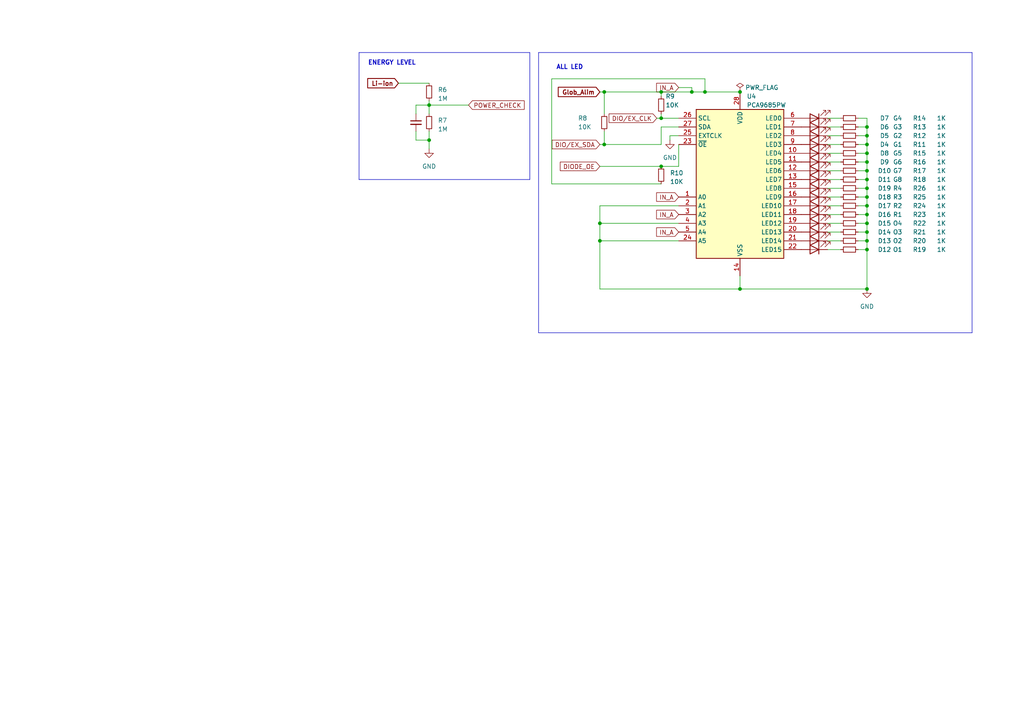
<source format=kicad_sch>
(kicad_sch (version 20230121) (generator eeschema)
  (paper "A4")
  (lib_symbols
    (symbol "Device:C_Small" (pin_numbers hide) (pin_names (offset 0.254) hide)
      (property "Reference" "C" (at 0.254 1.778 0))
      (property "Value" "C_Small" (at 0.254 -2.032 0))
      (symbol "C_Small_0_1"
        (polyline (pts (xy -1.524 -0.508) (xy 1.524 -0.508)) (stroke (width 0.3302)))
        (polyline (pts (xy -1.524 0.508) (xy 1.524 0.508)) (stroke (width 0.3048)))
      )
      (symbol "C_Small_1_1"
        (pin passive line (at 0 2.54 270) (length 2.032) (name "~") (number "1"))
        (pin passive line (at 0 -2.54 90) (length 2.032) (name "~") (number "2"))
      )
    )
    (symbol "Device:LED" (pin_numbers hide) (pin_names (offset 1.016) hide)
      (property "Reference" "D" (at 0 2.54 0))
      (property "Value" "LED" (at 0 -2.54 0))
      (symbol "LED_0_1"
        (polyline (pts (xy -1.27 -1.27) (xy -1.27 1.27)) (stroke (width 0.254)))
        (polyline (pts (xy -1.27 0) (xy 1.27 0)))
        (polyline (pts (xy 1.27 -1.27) (xy 1.27 1.27) (xy -1.27 0) (xy 1.27 -1.27)) (stroke (width 0.254)))
        (polyline (pts (xy -3.048 -0.762) (xy -4.572 -2.286) (xy -3.81 -2.286) (xy -4.572 -2.286) (xy -4.572 -1.524)))
        (polyline (pts (xy -1.778 -0.762) (xy -3.302 -2.286) (xy -2.54 -2.286) (xy -3.302 -2.286) (xy -3.302 -1.524)))
      )
      (symbol "LED_1_1"
        (pin passive line (at -3.81 0 0) (length 2.54) (name "K") (number "1"))
        (pin passive line (at 3.81 0 180) (length 2.54) (name "A") (number "2"))
      )
    )
    (symbol "Device:R_Small" (pin_numbers hide) (pin_names (offset 0.254) hide)
      (property "Reference" "R" (at 0.762 0.508 0))
      (property "Value" "R_Small" (at 0.762 -1.016 0))
      (symbol "R_Small_0_1"
        (rectangle (start -0.762 1.778) (end 0.762 -1.778) (stroke (width 0.2032)))
      )
      (symbol "R_Small_1_1"
        (pin passive line (at 0 2.54 270) (length 0.762) (name "~") (number "1"))
        (pin passive line (at 0 -2.54 90) (length 0.762) (name "~") (number "2"))
      )
    )
    (symbol "Driver_LED:PCA9685PW"
      (property "Reference" "U" (at -12.7 22.225 0))
      (property "Value" "PCA9685PW" (at 1.27 22.225 0))
      (symbol "PCA9685PW_0_1"
        (rectangle (start -12.7 20.32) (end 12.7 -22.86) (stroke (width 0.254)) (fill (type background)))
      )
      (symbol "PCA9685PW_1_1"
        (pin input line (at -17.78 -5.08 0) (length 5.08) (name "A0") (number "1"))
        (pin output line (at 17.78 7.62 180) (length 5.08) (name "LED4") (number "10"))
        (pin output line (at 17.78 5.08 180) (length 5.08) (name "LED5") (number "11"))
        (pin output line (at 17.78 2.54 180) (length 5.08) (name "LED6") (number "12"))
        (pin output line (at 17.78 0 180) (length 5.08) (name "LED7") (number "13"))
        (pin power_in line (at 0 -27.94 90) (length 5.08) (name "VSS") (number "14"))
        (pin output line (at 17.78 -2.54 180) (length 5.08) (name "LED8") (number "15"))
        (pin output line (at 17.78 -5.08 180) (length 5.08) (name "LED9") (number "16"))
        (pin output line (at 17.78 -7.62 180) (length 5.08) (name "LED10") (number "17"))
        (pin output line (at 17.78 -10.16 180) (length 5.08) (name "LED11") (number "18"))
        (pin output line (at 17.78 -12.7 180) (length 5.08) (name "LED12") (number "19"))
        (pin input line (at -17.78 -7.62 0) (length 5.08) (name "A1") (number "2"))
        (pin output line (at 17.78 -15.24 180) (length 5.08) (name "LED13") (number "20"))
        (pin output line (at 17.78 -17.78 180) (length 5.08) (name "LED14") (number "21"))
        (pin output line (at 17.78 -20.32 180) (length 5.08) (name "LED15") (number "22"))
        (pin input line (at -17.78 10.16 0) (length 5.08) (name "~{OE}") (number "23"))
        (pin input line (at -17.78 -17.78 0) (length 5.08) (name "A5") (number "24"))
        (pin input line (at -17.78 12.7 0) (length 5.08) (name "EXTCLK") (number "25"))
        (pin input line (at -17.78 17.78 0) (length 5.08) (name "SCL") (number "26"))
        (pin bidirectional line (at -17.78 15.24 0) (length 5.08) (name "SDA") (number "27"))
        (pin power_in line (at 0 25.4 270) (length 5.08) (name "VDD") (number "28"))
        (pin input line (at -17.78 -10.16 0) (length 5.08) (name "A2") (number "3"))
        (pin input line (at -17.78 -12.7 0) (length 5.08) (name "A3") (number "4"))
        (pin input line (at -17.78 -15.24 0) (length 5.08) (name "A4") (number "5"))
        (pin output line (at 17.78 17.78 180) (length 5.08) (name "LED0") (number "6"))
        (pin output line (at 17.78 15.24 180) (length 5.08) (name "LED1") (number "7"))
        (pin output line (at 17.78 12.7 180) (length 5.08) (name "LED2") (number "8"))
        (pin output line (at 17.78 10.16 180) (length 5.08) (name "LED3") (number "9"))
      )
    )
    (symbol "power:GND" (power) (pin_names (offset 0))
      (property "Value" "GND" (at 0 -3.81 0))
      (symbol "GND_0_1"
        (polyline (pts (xy 0 0) (xy 0 -1.27) (xy 1.27 -1.27) (xy 0 -2.54) (xy -1.27 -1.27) (xy 0 -1.27)))
      )
      (symbol "GND_1_1"
        (pin power_in line (at 0 0 270) (length 0) hide (name "GND") (number "1"))
      )
    )
    (symbol "power:PWR_FLAG" (power) (pin_numbers hide) (pin_names (offset 0) hide)
      (property "Value" "PWR_FLAG" (at 0 3.81 0))
      (symbol "PWR_FLAG_0_0"
        (pin power_out line (at 0 0 90) (length 0) (name "pwr") (number "1"))
      )
      (symbol "PWR_FLAG_0_1"
        (polyline (pts (xy 0 0) (xy 0 1.27) (xy -1.016 1.905) (xy 0 2.54) (xy 1.016 1.905) (xy 0 1.27)))
      )
    )
  )
  (junction (at 175.26 26.67))
  (junction (at 214.63 83.82))
  (junction (at 251.46 39.37))
  (junction (at 214.63 26.67))
  (junction (at 251.46 46.99))
  (junction (at 191.77 26.67))
  (junction (at 124.46 30.48))
  (junction (at 251.46 49.53))
  (junction (at 251.46 69.85))
  (junction (at 251.46 62.23))
  (junction (at 191.77 34.29))
  (junction (at 191.77 48.26))
  (junction (at 251.46 36.83))
  (junction (at 251.46 44.45))
  (junction (at 251.46 64.77))
  (junction (at 173.99 69.85))
  (junction (at 175.26 41.91))
  (junction (at 251.46 52.07))
  (junction (at 251.46 59.69))
  (junction (at 204.47 26.67))
  (junction (at 251.46 54.61))
  (junction (at 251.46 41.91))
  (junction (at 251.46 72.39))
  (junction (at 200.66 26.67))
  (junction (at 251.46 57.15))
  (junction (at 124.46 40.64))
  (junction (at 251.46 83.82))
  (junction (at 173.99 64.77))
  (junction (at 251.46 67.31))
  (wire (pts (xy 248.92 67.31) (xy 251.46 67.31)))
  (wire (pts (xy 251.46 39.37) (xy 251.46 36.83)))
  (wire (pts (xy 214.63 83.82) (xy 251.46 83.82)))
  (wire (pts (xy 191.77 41.91) (xy 191.77 36.83)))
  (wire (pts (xy 251.46 52.07) (xy 251.46 49.53)))
  (polyline (pts (xy 104.14 15.24) (xy 104.14 52.07)))
  (wire (pts (xy 251.46 34.29) (xy 248.92 34.29)))
  (wire (pts (xy 251.46 67.31) (xy 251.46 64.77)))
  (wire (pts (xy 240.03 72.39) (xy 243.84 72.39)))
  (wire (pts (xy 200.66 26.67) (xy 191.77 26.67)))
  (wire (pts (xy 240.03 62.23) (xy 243.84 62.23)))
  (wire (pts (xy 251.46 41.91) (xy 251.46 39.37)))
  (wire (pts (xy 240.03 39.37) (xy 243.84 39.37)))
  (polyline (pts (xy 281.94 96.52) (xy 156.21 96.52)))
  (wire (pts (xy 173.99 41.91) (xy 175.26 41.91)))
  (wire (pts (xy 115.57 24.13) (xy 124.46 24.13)))
  (wire (pts (xy 240.03 69.85) (xy 243.84 69.85)))
  (wire (pts (xy 175.26 26.67) (xy 173.99 26.67)))
  (wire (pts (xy 191.77 33.02) (xy 191.77 34.29)))
  (wire (pts (xy 191.77 48.26) (xy 196.85 48.26)))
  (wire (pts (xy 196.85 39.37) (xy 194.31 39.37)))
  (wire (pts (xy 240.03 64.77) (xy 243.84 64.77)))
  (wire (pts (xy 191.77 36.83) (xy 196.85 36.83)))
  (wire (pts (xy 248.92 49.53) (xy 251.46 49.53)))
  (wire (pts (xy 248.92 62.23) (xy 251.46 62.23)))
  (wire (pts (xy 173.99 59.69) (xy 196.85 59.69)))
  (wire (pts (xy 248.92 69.85) (xy 251.46 69.85)))
  (wire (pts (xy 173.99 69.85) (xy 196.85 69.85)))
  (wire (pts (xy 240.03 52.07) (xy 243.84 52.07)))
  (wire (pts (xy 248.92 44.45) (xy 251.46 44.45)))
  (polyline (pts (xy 153.67 52.07) (xy 153.67 15.24)))
  (wire (pts (xy 248.92 41.91) (xy 251.46 41.91)))
  (wire (pts (xy 191.77 53.34) (xy 160.02 53.34)))
  (wire (pts (xy 251.46 72.39) (xy 251.46 69.85)))
  (wire (pts (xy 175.26 26.67) (xy 175.26 33.02)))
  (polyline (pts (xy 104.14 15.24) (xy 153.67 15.24)))
  (wire (pts (xy 120.65 38.1) (xy 120.65 40.64)))
  (polyline (pts (xy 156.21 15.24) (xy 281.94 15.24)))
  (wire (pts (xy 191.77 26.67) (xy 175.26 26.67)))
  (wire (pts (xy 173.99 64.77) (xy 173.99 69.85)))
  (wire (pts (xy 196.85 48.26) (xy 196.85 41.91)))
  (wire (pts (xy 240.03 67.31) (xy 243.84 67.31)))
  (wire (pts (xy 124.46 33.02) (xy 124.46 30.48)))
  (wire (pts (xy 251.46 54.61) (xy 251.46 52.07)))
  (wire (pts (xy 204.47 26.67) (xy 200.66 26.67)))
  (polyline (pts (xy 281.94 15.24) (xy 281.94 96.52)))
  (wire (pts (xy 175.26 38.1) (xy 175.26 41.91)))
  (wire (pts (xy 204.47 22.86) (xy 204.47 26.67)))
  (wire (pts (xy 214.63 80.01) (xy 214.63 83.82)))
  (wire (pts (xy 173.99 83.82) (xy 214.63 83.82)))
  (wire (pts (xy 204.47 26.67) (xy 214.63 26.67)))
  (wire (pts (xy 191.77 27.94) (xy 191.77 26.67)))
  (wire (pts (xy 194.31 39.37) (xy 194.31 40.64)))
  (wire (pts (xy 173.99 69.85) (xy 173.99 83.82)))
  (wire (pts (xy 124.46 38.1) (xy 124.46 40.64)))
  (wire (pts (xy 240.03 57.15) (xy 243.84 57.15)))
  (wire (pts (xy 196.85 25.4) (xy 200.66 25.4)))
  (wire (pts (xy 173.99 48.26) (xy 191.77 48.26)))
  (wire (pts (xy 251.46 83.82) (xy 251.46 72.39)))
  (wire (pts (xy 240.03 59.69) (xy 243.84 59.69)))
  (wire (pts (xy 160.02 53.34) (xy 160.02 22.86)))
  (polyline (pts (xy 104.14 52.07) (xy 153.67 52.07)))
  (wire (pts (xy 248.92 46.99) (xy 251.46 46.99)))
  (wire (pts (xy 248.92 57.15) (xy 251.46 57.15)))
  (wire (pts (xy 200.66 25.4) (xy 200.66 26.67)))
  (wire (pts (xy 251.46 62.23) (xy 251.46 59.69)))
  (wire (pts (xy 248.92 54.61) (xy 251.46 54.61)))
  (wire (pts (xy 240.03 36.83) (xy 243.84 36.83)))
  (wire (pts (xy 191.77 34.29) (xy 196.85 34.29)))
  (wire (pts (xy 248.92 36.83) (xy 251.46 36.83)))
  (wire (pts (xy 248.92 72.39) (xy 251.46 72.39)))
  (wire (pts (xy 243.84 34.29) (xy 240.03 34.29)))
  (wire (pts (xy 120.65 30.48) (xy 124.46 30.48)))
  (wire (pts (xy 251.46 36.83) (xy 251.46 34.29)))
  (wire (pts (xy 240.03 44.45) (xy 243.84 44.45)))
  (wire (pts (xy 190.5 34.29) (xy 191.77 34.29)))
  (wire (pts (xy 251.46 59.69) (xy 251.46 57.15)))
  (wire (pts (xy 251.46 46.99) (xy 251.46 44.45)))
  (wire (pts (xy 251.46 57.15) (xy 251.46 54.61)))
  (wire (pts (xy 248.92 39.37) (xy 251.46 39.37)))
  (wire (pts (xy 240.03 54.61) (xy 243.84 54.61)))
  (wire (pts (xy 160.02 22.86) (xy 204.47 22.86)))
  (wire (pts (xy 251.46 64.77) (xy 251.46 62.23)))
  (wire (pts (xy 124.46 29.21) (xy 124.46 30.48)))
  (wire (pts (xy 120.65 33.02) (xy 120.65 30.48)))
  (wire (pts (xy 120.65 40.64) (xy 124.46 40.64)))
  (wire (pts (xy 124.46 43.18) (xy 124.46 40.64)))
  (wire (pts (xy 248.92 59.69) (xy 251.46 59.69)))
  (wire (pts (xy 251.46 69.85) (xy 251.46 67.31)))
  (wire (pts (xy 248.92 52.07) (xy 251.46 52.07)))
  (wire (pts (xy 248.92 64.77) (xy 251.46 64.77)))
  (wire (pts (xy 251.46 44.45) (xy 251.46 41.91)))
  (wire (pts (xy 240.03 49.53) (xy 243.84 49.53)))
  (wire (pts (xy 173.99 64.77) (xy 196.85 64.77)))
  (wire (pts (xy 175.26 41.91) (xy 191.77 41.91)))
  (wire (pts (xy 124.46 30.48) (xy 135.89 30.48)))
  (wire (pts (xy 173.99 59.69) (xy 173.99 64.77)))
  (wire (pts (xy 251.46 49.53) (xy 251.46 46.99)))
  (polyline (pts (xy 156.21 15.24) (xy 156.21 96.52)))
  (wire (pts (xy 240.03 41.91) (xy 243.84 41.91)))
  (wire (pts (xy 240.03 46.99) (xy 243.84 46.99)))
  (text "ENERGY LEVEL" (at 106.68 19.05 0) (effects (font (size 1.27 1.27) bold) (justify left bottom)))
  (text "ALL LED" (at 161.29 20.32 0) (effects (font (size 1.27 1.27) (thickness 0.254) bold) (justify left bottom)))
  (global_label "IN_A" (shape input) (at 196.85 62.23 180) (property "Intersheetrefs" "${INTERSHEET_REFS}" (effects hide)))
  (global_label "Glob_Alim" (shape input) (at 173.99 26.67 180) (effects (font bold)) (property "Intersheetrefs" "${INTERSHEET_REFS}" (effects hide)))
  (global_label "DIODE_OE" (shape input) (at 173.99 48.26 180) (property "Intersheetrefs" "${INTERSHEET_REFS}" (effects hide)))
  (global_label "Li-ion" (shape input) (at 115.57 24.13 180) (effects (font bold)) (property "Intersheetrefs" "${INTERSHEET_REFS}" (effects hide)))
  (global_label "DIO{slash}EX_CLK" (shape input) (at 190.5 34.29 180) (property "Intersheetrefs" "${INTERSHEET_REFS}" (effects hide)))
  (global_label "IN_A" (shape input) (at 196.85 25.4 180) (property "Intersheetrefs" "${INTERSHEET_REFS}" (effects hide)))
  (global_label "DIO{slash}EX_SDA" (shape input) (at 173.99 41.91 180) (property "Intersheetrefs" "${INTERSHEET_REFS}" (effects hide)))
  (global_label "POWER_CHECK" (shape input) (at 135.89 30.48 0) (property "Intersheetrefs" "${INTERSHEET_REFS}" (effects hide)))
  (global_label "IN_A" (shape input) (at 196.85 57.15 180) (property "Intersheetrefs" "${INTERSHEET_REFS}" (effects hide)))
  (global_label "IN_A" (shape input) (at 196.85 67.31 180) (property "Intersheetrefs" "${INTERSHEET_REFS}" (effects hide)))
  (symbol (lib_id "power:PWR_FLAG") (at 214.63 26.67 0) (unit 1)
    (property "Reference" "#FLG06" (effects hide))
    (property "Value" "PWR_FLAG" (at 220.98 25.4 0))
  )
  (symbol (lib_id "Device:R_Small") (at 191.77 50.8 0) (unit 1)
    (property "Reference" "R10" (at 194.31 50.165 0) (effects (justify left)))
    (property "Value" "10K" (at 194.31 52.705 0) (effects (justify left)))
    (property "Footprint" "Resistor_SMD:R_0603_1608Metric_Pad0.98x0.95mm_HandSolder" (effects hide))
    (instances (project "Controller_NRF24L01_Include" (path "" (reference "R10") (unit 1))) (project "Controler_NRF24L01_Exclude_v2" (path "" (reference "R16") (unit 1))))
  )
  (symbol (lib_id "Device:LED") (at 236.22 62.23 180) (unit 1)
    (property "Reference" "D16" (at 256.54 62.23 0))
    (property "Value" "R1" (at 260.35 62.23 0))
    (property "Footprint" "LED_SMD:LED_0603_1608Metric_Pad1.05x0.95mm_HandSolder" (effects hide))
    (instances (project "Controller_NRF24L01_Include" (path "" (reference "D16") (unit 1))) (project "Controler_NRF24L01_Exclude_v2" (path "" (reference "D15") (unit 1))))
  )
  (symbol (lib_id "Device:R_Small") (at 246.38 49.53 90) (unit 1)
    (property "Reference" "R17" (at 266.7 49.53 90))
    (property "Value" "1K" (at 273.05 49.53 90))
    (property "Footprint" "Resistor_SMD:R_0603_1608Metric_Pad0.98x0.95mm_HandSolder" (effects hide))
    (instances (project "Controller_NRF24L01_Include" (path "" (reference "R17") (unit 1))) (project "Controler_NRF24L01_Exclude_v2" (path "" (reference "R25") (unit 1))))
  )
  (symbol (lib_id "Device:R_Small") (at 246.38 52.07 90) (unit 1)
    (property "Reference" "R18" (at 266.7 52.07 90))
    (property "Value" "1K" (at 273.05 52.07 90))
    (property "Footprint" "Resistor_SMD:R_0603_1608Metric_Pad0.98x0.95mm_HandSolder" (effects hide))
    (instances (project "Controller_NRF24L01_Include" (path "" (reference "R18") (unit 1))) (project "Controler_NRF24L01_Exclude_v2" (path "" (reference "R26") (unit 1))))
  )
  (symbol (lib_id "Device:R_Small") (at 246.38 54.61 90) (unit 1)
    (property "Reference" "R26" (at 266.7 54.61 90))
    (property "Value" "1K" (at 273.05 54.61 90))
    (property "Footprint" "Resistor_SMD:R_0603_1608Metric_Pad0.98x0.95mm_HandSolder" (effects hide))
    (instances (project "Controller_NRF24L01_Include" (path "" (reference "R26") (unit 1))) (project "Controler_NRF24L01_Exclude_v2" (path "" (reference "R34") (unit 1))))
  )
  (symbol (lib_id "Device:R_Small") (at 246.38 34.29 90) (unit 1)
    (property "Reference" "R14" (at 266.7 34.29 90))
    (property "Value" "1K" (at 273.05 34.29 90))
    (property "Footprint" "Resistor_SMD:R_0603_1608Metric_Pad0.98x0.95mm_HandSolder" (effects hide))
    (instances (project "Controller_NRF24L01_Include" (path "" (reference "R14") (unit 1))) (project "Controler_NRF24L01_Exclude_v2" (path "" (reference "R22") (unit 1))))
  )
  (symbol (lib_id "Device:R_Small") (at 124.46 35.56 0) (unit 1)
    (property "Reference" "R7" (at 127 34.925 0) (effects (justify left)))
    (property "Value" "1M" (at 127 37.465 0) (effects (justify left)))
    (property "Footprint" "Resistor_SMD:R_0603_1608Metric_Pad0.98x0.95mm_HandSolder" (effects hide))
    (instances (project "Controller_NRF24L01_Include" (path "" (reference "R7") (unit 1))) (project "Controler_NRF24L01_Exclude_v2" (path "" (reference "R10") (unit 1))))
  )
  (symbol (lib_id "Device:LED") (at 236.22 59.69 180) (unit 1)
    (property "Reference" "D17" (at 256.54 59.69 0))
    (property "Value" "R2" (at 260.35 59.69 0))
    (property "Footprint" "LED_SMD:LED_0603_1608Metric_Pad1.05x0.95mm_HandSolder" (effects hide))
    (instances (project "Controller_NRF24L01_Include" (path "" (reference "D17") (unit 1))) (project "Controler_NRF24L01_Exclude_v2" (path "" (reference "D16") (unit 1))))
  )
  (symbol (lib_id "Device:R_Small") (at 246.38 46.99 90) (unit 1)
    (property "Reference" "R16" (at 266.7 46.99 90))
    (property "Value" "1K" (at 273.05 46.99 90))
    (property "Footprint" "Resistor_SMD:R_0603_1608Metric_Pad0.98x0.95mm_HandSolder" (effects hide))
    (instances (project "Controller_NRF24L01_Include" (path "" (reference "R16") (unit 1))) (project "Controler_NRF24L01_Exclude_v2" (path "" (reference "R24") (unit 1))))
  )
  (symbol (lib_id "Device:LED") (at 236.22 46.99 180) (unit 1)
    (property "Reference" "D9" (at 256.54 46.99 0))
    (property "Value" "G6" (at 260.35 46.99 0))
    (property "Footprint" "LED_SMD:LED_0603_1608Metric_Pad1.05x0.95mm_HandSolder" (effects hide))
    (instances (project "Controller_NRF24L01_Include" (path "" (reference "D9") (unit 1))) (project "Controler_NRF24L01_Exclude_v2" (path "" (reference "D8") (unit 1))))
  )
  (symbol (lib_id "Device:R_Small") (at 124.46 26.67 0) (unit 1)
    (property "Reference" "R6" (at 127 26.035 0) (effects (justify left)))
    (property "Value" "1M" (at 127 28.575 0) (effects (justify left)))
    (property "Footprint" "Resistor_SMD:R_0603_1608Metric_Pad0.98x0.95mm_HandSolder" (effects hide))
    (instances (project "Controller_NRF24L01_Include" (path "" (reference "R6") (unit 1))) (project "Controler_NRF24L01_Exclude_v2" (path "" (reference "R9") (unit 1))))
  )
  (symbol (lib_id "Device:LED") (at 236.22 69.85 180) (unit 1)
    (property "Reference" "D13" (at 256.54 69.85 0))
    (property "Value" "O2" (at 260.35 69.85 0))
    (property "Footprint" "LED_SMD:LED_0603_1608Metric_Pad1.05x0.95mm_HandSolder" (effects hide))
    (instances (project "Controller_NRF24L01_Include" (path "" (reference "D13") (unit 1))) (project "Controler_NRF24L01_Exclude_v2" (path "" (reference "D12") (unit 1))))
  )
  (symbol (lib_id "Device:LED") (at 236.22 39.37 180) (unit 1)
    (property "Reference" "D5" (at 256.54 39.37 0))
    (property "Value" "G2" (at 260.35 39.37 0))
    (property "Footprint" "LED_SMD:LED_0603_1608Metric_Pad1.05x0.95mm_HandSolder" (effects hide))
    (instances (project "Controller_NRF24L01_Include" (path "" (reference "D5") (unit 1))) (project "Controler_NRF24L01_Exclude_v2" (path "" (reference "D4") (unit 1))))
  )
  (symbol (lib_id "Device:LED") (at 236.22 54.61 180) (unit 1)
    (property "Reference" "D19" (at 256.54 54.61 0))
    (property "Value" "R4" (at 260.35 54.61 0))
    (property "Footprint" "LED_SMD:LED_0603_1608Metric_Pad1.05x0.95mm_HandSolder" (effects hide))
    (instances (project "Controller_NRF24L01_Include" (path "" (reference "D19") (unit 1))) (project "Controler_NRF24L01_Exclude_v2" (path "" (reference "D18") (unit 1))))
  )
  (symbol (lib_id "power:GND") (at 194.31 40.64 0) (unit 1)
    (property "Reference" "#PWR025" (effects hide))
    (property "Value" "GND" (at 194.31 45.72 0))
    (instances (project "Controller_NRF24L01_Include" (path "" (reference "#PWR025") (unit 1))) (project "Controler_NRF24L01_Exclude_v2" (path "" (reference "#PWR013") (unit 1))))
  )
  (symbol (lib_id "power:GND") (at 124.46 43.18 0) (unit 1)
    (property "Reference" "#PWR024" (effects hide))
    (property "Value" "GND" (at 124.46 48.26 0))
    (instances (project "Controller_NRF24L01_Include" (path "" (reference "#PWR024") (unit 1))) (project "Controler_NRF24L01_Exclude_v2" (path "" (reference "#PWR012") (unit 1))))
  )
  (symbol (lib_id "Device:LED") (at 236.22 57.15 180) (unit 1)
    (property "Reference" "D18" (at 256.54 57.15 0))
    (property "Value" "R3" (at 260.35 57.15 0))
    (property "Footprint" "LED_SMD:LED_0603_1608Metric_Pad1.05x0.95mm_HandSolder" (effects hide))
    (instances (project "Controller_NRF24L01_Include" (path "" (reference "D18") (unit 1))) (project "Controler_NRF24L01_Exclude_v2" (path "" (reference "D17") (unit 1))))
  )
  (symbol (lib_id "Device:R_Small") (at 246.38 72.39 90) (unit 1)
    (property "Reference" "R19" (at 266.7 72.39 90))
    (property "Value" "1K" (at 273.05 72.39 90))
    (property "Footprint" "Resistor_SMD:R_0603_1608Metric_Pad0.98x0.95mm_HandSolder" (effects hide))
    (instances (project "Controller_NRF24L01_Include" (path "" (reference "R19") (unit 1))) (project "Controler_NRF24L01_Exclude_v2" (path "" (reference "R27") (unit 1))))
  )
  (symbol (lib_id "Device:LED") (at 236.22 72.39 180) (unit 1)
    (property "Reference" "D12" (at 256.54 72.39 0))
    (property "Value" "O1" (at 260.35 72.39 0))
    (property "Footprint" "LED_SMD:LED_0603_1608Metric_Pad1.05x0.95mm_HandSolder" (effects hide))
    (instances (project "Controller_NRF24L01_Include" (path "" (reference "D12") (unit 1))) (project "Controler_NRF24L01_Exclude_v2" (path "" (reference "D11") (unit 1))))
  )
  (symbol (lib_id "Driver_LED:PCA9685PW") (at 214.63 52.07 0) (unit 1)
    (property "Reference" "U4" (at 216.5859 27.94 0) (effects (justify left)))
    (property "Value" "PCA9685PW" (at 216.5859 30.48 0) (effects (justify left)))
    (property "Footprint" "Package_SO:TSSOP-28_4.4x9.7mm_P0.65mm" (effects hide))
    (property "Datasheet" "http://www.nxp.com/documents/data_sheet/PCA9685.pdf" (effects hide))
  )
  (symbol (lib_id "Device:LED") (at 236.22 44.45 180) (unit 1)
    (property "Reference" "D8" (at 256.54 44.45 0))
    (property "Value" "G5" (at 260.35 44.45 0))
    (property "Footprint" "LED_SMD:LED_0603_1608Metric_Pad1.05x0.95mm_HandSolder" (effects hide))
    (instances (project "Controller_NRF24L01_Include" (path "" (reference "D8") (unit 1))) (project "Controler_NRF24L01_Exclude_v2" (path "" (reference "D7") (unit 1))))
  )
  (symbol (lib_id "power:GND") (at 251.46 83.82 0) (unit 1)
    (property "Reference" "#PWR026" (effects hide))
    (property "Value" "GND" (at 251.46 88.9 0))
    (instances (project "Controller_NRF24L01_Include" (path "" (reference "#PWR026") (unit 1))) (project "Controler_NRF24L01_Exclude_v2" (path "" (reference "#PWR020") (unit 1))))
  )
  (symbol (lib_id "Device:R_Small") (at 246.38 64.77 90) (unit 1)
    (property "Reference" "R22" (at 266.7 64.77 90))
    (property "Value" "1K" (at 273.05 64.77 90))
    (property "Footprint" "Resistor_SMD:R_0603_1608Metric_Pad0.98x0.95mm_HandSolder" (effects hide))
    (instances (project "Controller_NRF24L01_Include" (path "" (reference "R22") (unit 1))) (project "Controler_NRF24L01_Exclude_v2" (path "" (reference "R30") (unit 1))))
  )
  (symbol (lib_id "Device:R_Small") (at 246.38 67.31 90) (unit 1)
    (property "Reference" "R21" (at 266.7 67.31 90))
    (property "Value" "1K" (at 273.05 67.31 90))
    (property "Footprint" "Resistor_SMD:R_0603_1608Metric_Pad0.98x0.95mm_HandSolder" (effects hide))
    (instances (project "Controller_NRF24L01_Include" (path "" (reference "R21") (unit 1))) (project "Controler_NRF24L01_Exclude_v2" (path "" (reference "R29") (unit 1))))
  )
  (symbol (lib_id "Device:R_Small") (at 191.77 30.48 0) (unit 1)
    (property "Reference" "R9" (at 193.04 27.94 0) (effects (justify left)))
    (property "Value" "10K" (at 193.04 30.48 0) (effects (justify left)))
    (property "Footprint" "Resistor_SMD:R_0603_1608Metric_Pad0.98x0.95mm_HandSolder" (effects hide))
    (instances (project "Controller_NRF24L01_Include" (path "" (reference "R9") (unit 1))) (project "Controler_NRF24L01_Exclude_v2" (path "" (reference "R14") (unit 1))))
  )
  (symbol (lib_id "Device:R_Small") (at 246.38 41.91 90) (unit 1)
    (property "Reference" "R11" (at 266.7 41.91 90))
    (property "Value" "1K" (at 273.05 41.91 90))
    (property "Footprint" "Resistor_SMD:R_0603_1608Metric_Pad0.98x0.95mm_HandSolder" (effects hide))
    (instances (project "Controller_NRF24L01_Include" (path "" (reference "R11") (unit 1))) (project "Controler_NRF24L01_Exclude_v2" (path "" (reference "R18") (unit 1))))
  )
  (symbol (lib_id "Device:R_Small") (at 246.38 59.69 90) (unit 1)
    (property "Reference" "R24" (at 266.7 59.69 90))
    (property "Value" "1K" (at 273.05 59.69 90))
    (property "Footprint" "Resistor_SMD:R_0603_1608Metric_Pad0.98x0.95mm_HandSolder" (effects hide))
    (instances (project "Controller_NRF24L01_Include" (path "" (reference "R24") (unit 1))) (project "Controler_NRF24L01_Exclude_v2" (path "" (reference "R32") (unit 1))))
  )
  (symbol (lib_id "Device:R_Small") (at 246.38 39.37 90) (unit 1)
    (property "Reference" "R12" (at 266.7 39.37 90))
    (property "Value" "1K" (at 273.05 39.37 90))
    (property "Footprint" "Resistor_SMD:R_0603_1608Metric_Pad0.98x0.95mm_HandSolder" (effects hide))
    (instances (project "Controller_NRF24L01_Include" (path "" (reference "R12") (unit 1))) (project "Controler_NRF24L01_Exclude_v2" (path "" (reference "R20") (unit 1))))
  )
  (symbol (lib_id "Device:LED") (at 236.22 36.83 180) (unit 1)
    (property "Reference" "D6" (at 256.54 36.83 0))
    (property "Value" "G3" (at 260.35 36.83 0))
    (property "Footprint" "LED_SMD:LED_0603_1608Metric_Pad1.05x0.95mm_HandSolder" (effects hide))
    (instances (project "Controller_NRF24L01_Include" (path "" (reference "D6") (unit 1))) (project "Controler_NRF24L01_Exclude_v2" (path "" (reference "D5") (unit 1))))
  )
  (symbol (lib_id "Device:R_Small") (at 246.38 57.15 90) (unit 1)
    (property "Reference" "R25" (at 266.7 57.15 90))
    (property "Value" "1K" (at 273.05 57.15 90))
    (property "Footprint" "Resistor_SMD:R_0603_1608Metric_Pad0.98x0.95mm_HandSolder" (effects hide))
    (instances (project "Controller_NRF24L01_Include" (path "" (reference "R25") (unit 1))) (project "Controler_NRF24L01_Exclude_v2" (path "" (reference "R33") (unit 1))))
  )
  (symbol (lib_id "Device:R_Small") (at 246.38 62.23 90) (unit 1)
    (property "Reference" "R23" (at 266.7 62.23 90))
    (property "Value" "1K" (at 273.05 62.23 90))
    (property "Footprint" "Resistor_SMD:R_0603_1608Metric_Pad0.98x0.95mm_HandSolder" (effects hide))
    (instances (project "Controller_NRF24L01_Include" (path "" (reference "R23") (unit 1))) (project "Controler_NRF24L01_Exclude_v2" (path "" (reference "R31") (unit 1))))
  )
  (symbol (lib_id "Device:R_Small") (at 246.38 36.83 90) (unit 1)
    (property "Reference" "R13" (at 266.7 36.83 90))
    (property "Value" "1K" (at 273.05 36.83 90))
    (property "Footprint" "Resistor_SMD:R_0603_1608Metric_Pad0.98x0.95mm_HandSolder" (effects hide))
    (instances (project "Controller_NRF24L01_Include" (path "" (reference "R13") (unit 1))) (project "Controler_NRF24L01_Exclude_v2" (path "" (reference "R21") (unit 1))))
  )
  (symbol (lib_id "Device:LED") (at 236.22 41.91 180) (unit 1)
    (property "Reference" "D4" (at 256.54 41.91 0))
    (property "Value" "G1" (at 260.35 41.91 0))
    (property "Footprint" "LED_SMD:LED_0603_1608Metric_Pad1.05x0.95mm_HandSolder" (effects hide))
    (instances (project "Controller_NRF24L01_Include" (path "" (reference "D4") (unit 1))) (project "Controler_NRF24L01_Exclude_v2" (path "" (reference "D3") (unit 1))))
  )
  (symbol (lib_id "Device:LED") (at 236.22 64.77 180) (unit 1)
    (property "Reference" "D15" (at 256.54 64.77 0))
    (property "Value" "O4" (at 260.35 64.77 0))
    (property "Footprint" "LED_SMD:LED_0603_1608Metric_Pad1.05x0.95mm_HandSolder" (effects hide))
    (instances (project "Controller_NRF24L01_Include" (path "" (reference "D15") (unit 1))) (project "Controler_NRF24L01_Exclude_v2" (path "" (reference "D14") (unit 1))))
  )
  (symbol (lib_id "Device:LED") (at 236.22 52.07 180) (unit 1)
    (property "Reference" "D11" (at 256.54 52.07 0))
    (property "Value" "G8" (at 260.35 52.07 0))
    (property "Footprint" "LED_SMD:LED_0603_1608Metric_Pad1.05x0.95mm_HandSolder" (effects hide))
    (instances (project "Controller_NRF24L01_Include" (path "" (reference "D11") (unit 1))) (project "Controler_NRF24L01_Exclude_v2" (path "" (reference "D10") (unit 1))))
  )
  (symbol (lib_id "Device:LED") (at 236.22 49.53 180) (unit 1)
    (property "Reference" "D10" (at 256.54 49.53 0))
    (property "Value" "G7" (at 260.35 49.53 0))
    (property "Footprint" "LED_SMD:LED_0603_1608Metric_Pad1.05x0.95mm_HandSolder" (effects hide))
    (instances (project "Controller_NRF24L01_Include" (path "" (reference "D10") (unit 1))) (project "Controler_NRF24L01_Exclude_v2" (path "" (reference "D9") (unit 1))))
  )
  (symbol (lib_id "Device:LED") (at 236.22 34.29 180) (unit 1)
    (property "Reference" "D7" (at 256.54 34.29 0))
    (property "Value" "G4" (at 260.35 34.29 0))
    (property "Footprint" "LED_SMD:LED_0603_1608Metric_Pad1.05x0.95mm_HandSolder" (effects hide))
    (instances (project "Controller_NRF24L01_Include" (path "" (reference "D7") (unit 1))) (project "Controler_NRF24L01_Exclude_v2" (path "" (reference "D6") (unit 1))))
  )
  (symbol (lib_id "Device:R_Small") (at 175.26 35.56 180) (unit 1)
    (property "Reference" "R8" (at 167.64 34.29 0) (effects (justify right)))
    (property "Value" "10K" (at 167.64 36.83 0) (effects (justify right)))
    (property "Footprint" "Resistor_SMD:R_0603_1608Metric_Pad0.98x0.95mm_HandSolder" (effects hide))
    (instances (project "Controller_NRF24L01_Include" (path "" (reference "R8") (unit 1))) (project "Controler_NRF24L01_Exclude_v2" (path "" (reference "R11") (unit 1))))
  )
  (symbol (lib_id "Device:R_Small") (at 246.38 44.45 90) (unit 1)
    (property "Reference" "R15" (at 266.7 44.45 90))
    (property "Value" "1K" (at 273.05 44.45 90))
    (property "Footprint" "Resistor_SMD:R_0603_1608Metric_Pad0.98x0.95mm_HandSolder" (effects hide))
    (instances (project "Controller_NRF24L01_Include" (path "" (reference "R15") (unit 1))) (project "Controler_NRF24L01_Exclude_v2" (path "" (reference "R23") (unit 1))))
  )
  (symbol (lib_id "Device:R_Small") (at 246.38 69.85 90) (unit 1)
    (property "Reference" "R20" (at 266.7 69.85 90))
    (property "Value" "1K" (at 273.05 69.85 90))
    (property "Footprint" "Resistor_SMD:R_0603_1608Metric_Pad0.98x0.95mm_HandSolder" (effects hide))
    (instances (project "Controller_NRF24L01_Include" (path "" (reference "R20") (unit 1))) (project "Controler_NRF24L01_Exclude_v2" (path "" (reference "R28") (unit 1))))
  )
  (symbol (lib_id "Device:C_Small") (at 120.65 35.56 0) (unit 1)
    (property "Reference" "C?" (effects hide))
    (property "Value" "1nF" (effects hide))
    (property "Footprint" "Capacitor_SMD:C_0603_1608Metric_Pad1.08x0.95mm_HandSolder" (effects hide))
    (instances (project "Controller_NRF24L01_Include" (path "" (reference "C?") (unit 1)) (path "" (reference "C13") (unit 1))) (project "Controler_NRF24L01_Exclude_v2" (path "" (reference "C2") (unit 1))))
  )
  (symbol (lib_id "Device:LED") (at 236.22 67.31 180) (unit 1)
    (property "Reference" "D14" (at 256.54 67.31 0))
    (property "Value" "O3" (at 260.35 67.31 0))
    (property "Footprint" "LED_SMD:LED_0603_1608Metric_Pad1.05x0.95mm_HandSolder" (effects hide))
    (instances (project "Controller_NRF24L01_Include" (path "" (reference "D14") (unit 1))) (project "Controler_NRF24L01_Exclude_v2" (path "" (reference "D13") (unit 1))))
  )
)
</source>
